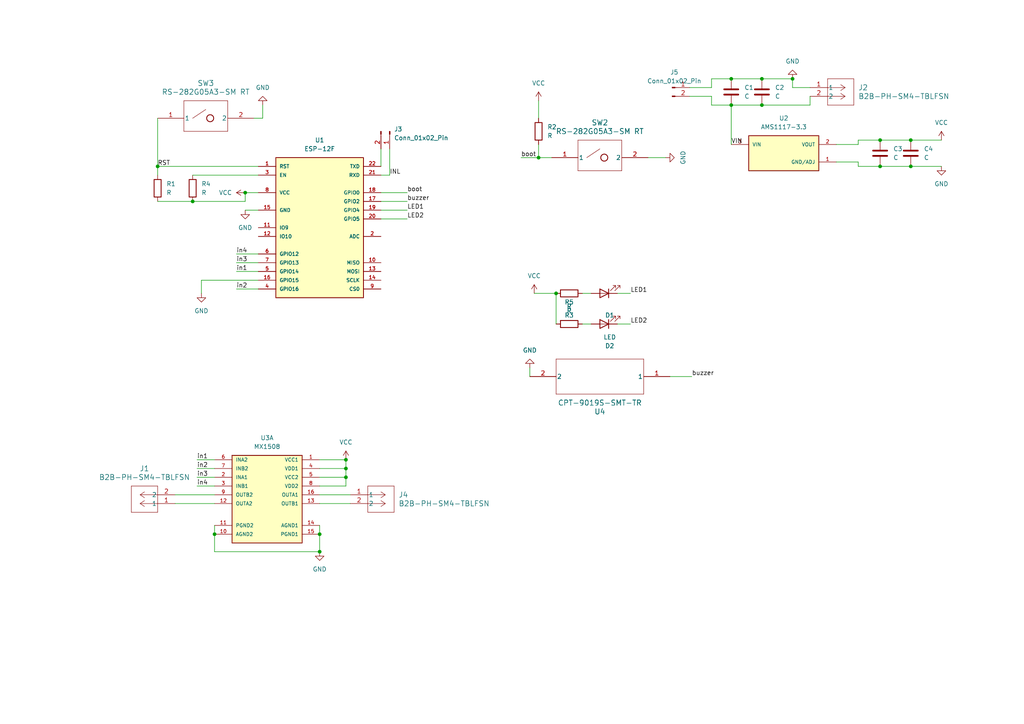
<source format=kicad_sch>
(kicad_sch (version 20230121) (generator eeschema)
  (paper "A4")
  (lib_symbols
    (symbol "Connector:Conn_01x02_Pin" (pin_names (offset 1.016) hide)
      (property "Reference" "J" (at 0 2.54 0))
      (property "Value" "Conn_01x02_Pin" (at 0 -5.08 0))
      (symbol "Conn_01x02_Pin_1_1"
        (polyline (pts (xy 1.27 -2.54) (xy 0.8636 -2.54)) (stroke (width 0.1524)))
        (polyline (pts (xy 1.27 0) (xy 0.8636 0)) (stroke (width 0.1524)))
        (rectangle (start 0.8636 -2.413) (end 0 -2.667) (stroke (width 0.1524)) (fill (type outline)))
        (rectangle (start 0.8636 0.127) (end 0 -0.127) (stroke (width 0.1524)) (fill (type outline)))
        (pin passive line (at 5.08 0 180) (length 3.81) (name "Pin_1") (number "1"))
        (pin passive line (at 5.08 -2.54 180) (length 3.81) (name "Pin_2") (number "2"))
      )
    )
    (symbol "Device:C" (pin_numbers hide) (pin_names (offset 0.254))
      (property "Reference" "C" (at 0.635 2.54 0))
      (property "Value" "C" (at 0.635 -2.54 0))
      (symbol "C_0_1"
        (polyline (pts (xy -2.032 -0.762) (xy 2.032 -0.762)) (stroke (width 0.508)))
        (polyline (pts (xy -2.032 0.762) (xy 2.032 0.762)) (stroke (width 0.508)))
      )
      (symbol "C_1_1"
        (pin passive line (at 0 3.81 270) (length 2.794) (name "~") (number "1"))
        (pin passive line (at 0 -3.81 90) (length 2.794) (name "~") (number "2"))
      )
    )
    (symbol "Device:LED" (pin_numbers hide) (pin_names (offset 1.016) hide)
      (property "Reference" "D" (at 0 2.54 0))
      (property "Value" "LED" (at 0 -2.54 0))
      (symbol "LED_0_1"
        (polyline (pts (xy -1.27 -1.27) (xy -1.27 1.27)) (stroke (width 0.254)))
        (polyline (pts (xy -1.27 0) (xy 1.27 0)))
        (polyline (pts (xy 1.27 -1.27) (xy 1.27 1.27) (xy -1.27 0) (xy 1.27 -1.27)) (stroke (width 0.254)))
        (polyline (pts (xy -3.048 -0.762) (xy -4.572 -2.286) (xy -3.81 -2.286) (xy -4.572 -2.286) (xy -4.572 -1.524)))
        (polyline (pts (xy -1.778 -0.762) (xy -3.302 -2.286) (xy -2.54 -2.286) (xy -3.302 -2.286) (xy -3.302 -1.524)))
      )
      (symbol "LED_1_1"
        (pin passive line (at -3.81 0 0) (length 2.54) (name "K") (number "1"))
        (pin passive line (at 3.81 0 180) (length 2.54) (name "A") (number "2"))
      )
    )
    (symbol "Device:R" (pin_numbers hide) (pin_names (offset 0))
      (property "Reference" "R" (at 2.032 0 90))
      (property "Value" "R" (at 0 0 90))
      (symbol "R_0_1"
        (rectangle (start -1.016 -2.54) (end 1.016 2.54) (stroke (width 0.254)))
      )
      (symbol "R_1_1"
        (pin passive line (at 0 3.81 270) (length 1.27) (name "~") (number "1"))
        (pin passive line (at 0 -3.81 90) (length 1.27) (name "~") (number "2"))
      )
    )
    (symbol "esp_example_symbols:AMS1117-3.3" (pin_names (offset 1.016))
      (property "Reference" "U" (at -10.16 5.588 0))
      (property "Value" "AMS1117-3.3" (at -10.16 -8.128 0))
      (symbol "AMS1117-3.3_0_0"
        (rectangle (start -10.16 -5.08) (end 10.16 5.08) (stroke (width 0.254)) (fill (type background)))
        (pin power_in line (at 15.24 -2.54 180) (length 5.08) (name "GND/ADJ") (number "1"))
        (pin output line (at 15.24 2.54 180) (length 5.08) (name "VOUT") (number "2"))
        (pin input line (at -15.24 2.54 0) (length 5.08) (name "VIN") (number "3"))
      )
    )
    (symbol "esp_example_symbols:B2B-PH-SM4-TBLFSN" (pin_names (offset 0.254))
      (property "Reference" "J" (at 8.89 6.35 0))
      (property "Value" "B2B-PH-SM4-TBLFSN" (at 0 0 0))
      (symbol "B2B-PH-SM4-TBLFSN_1_1"
        (polyline (pts (xy 5.08 -5.08) (xy 12.7 -5.08)) (stroke (width 0.127)))
        (polyline (pts (xy 5.08 2.54) (xy 5.08 -5.08)) (stroke (width 0.127)))
        (polyline (pts (xy 10.16 -2.54) (xy 5.08 -2.54)) (stroke (width 0.127)))
        (polyline (pts (xy 10.16 -2.54) (xy 8.89 -3.3867)) (stroke (width 0.127)))
        (polyline (pts (xy 10.16 -2.54) (xy 8.89 -1.6933)) (stroke (width 0.127)))
        (polyline (pts (xy 10.16 0) (xy 5.08 0)) (stroke (width 0.127)))
        (polyline (pts (xy 10.16 0) (xy 8.89 -0.8467)) (stroke (width 0.127)))
        (polyline (pts (xy 10.16 0) (xy 8.89 0.8467)) (stroke (width 0.127)))
        (polyline (pts (xy 12.7 -5.08) (xy 12.7 2.54)) (stroke (width 0.127)))
        (polyline (pts (xy 12.7 2.54) (xy 5.08 2.54)) (stroke (width 0.127)))
        (pin unspecified line (at 0 0 0) (length 5.08) (name "1") (number "1"))
        (pin unspecified line (at 0 -2.54 0) (length 5.08) (name "2") (number "2"))
      )
      (symbol "B2B-PH-SM4-TBLFSN_1_2"
        (polyline (pts (xy 5.08 -5.08) (xy 12.7 -5.08)) (stroke (width 0.127)))
        (polyline (pts (xy 5.08 2.54) (xy 5.08 -5.08)) (stroke (width 0.127)))
        (polyline (pts (xy 7.62 -2.54) (xy 5.08 -2.54)) (stroke (width 0.127)))
        (polyline (pts (xy 7.62 -2.54) (xy 8.89 -3.3867)) (stroke (width 0.127)))
        (polyline (pts (xy 7.62 -2.54) (xy 8.89 -1.6933)) (stroke (width 0.127)))
        (polyline (pts (xy 7.62 0) (xy 5.08 0)) (stroke (width 0.127)))
        (polyline (pts (xy 7.62 0) (xy 8.89 -0.8467)) (stroke (width 0.127)))
        (polyline (pts (xy 7.62 0) (xy 8.89 0.8467)) (stroke (width 0.127)))
        (polyline (pts (xy 12.7 -5.08) (xy 12.7 2.54)) (stroke (width 0.127)))
        (polyline (pts (xy 12.7 2.54) (xy 5.08 2.54)) (stroke (width 0.127)))
        (pin unspecified line (at 0 0 0) (length 5.08) (name "1") (number "1"))
        (pin unspecified line (at 0 -2.54 0) (length 5.08) (name "2") (number "2"))
      )
    )
    (symbol "esp_example_symbols:CPT-9019S-SMT-TR" (pin_names (offset 0.254))
      (property "Reference" "U" (at 20.32 10.16 0))
      (property "Value" "CPT-9019S-SMT-TR" (at 20.32 7.62 0))
      (symbol "CPT-9019S-SMT-TR_0_1"
        (polyline (pts (xy 7.62 -5.08) (xy 33.02 -5.08)) (stroke (width 0.127)))
        (polyline (pts (xy 7.62 5.08) (xy 7.62 -5.08)) (stroke (width 0.127)))
        (polyline (pts (xy 33.02 -5.08) (xy 33.02 5.08)) (stroke (width 0.127)))
        (polyline (pts (xy 33.02 5.08) (xy 7.62 5.08)) (stroke (width 0.127)))
        (pin unspecified line (at 0 0 0) (length 7.62) (name "1") (number "1"))
        (pin unspecified line (at 40.64 0 180) (length 7.62) (name "2") (number "2"))
      )
    )
    (symbol "esp_example_symbols:ESP-12F" (pin_names (offset 1.016))
      (property "Reference" "U" (at -12.7254 22.9057 0))
      (property "Value" "ESP-12F" (at -12.7237 -22.9026 0))
      (symbol "ESP-12F_0_0"
        (rectangle (start -12.7 20.32) (end 12.7 -20.32) (stroke (width 0.254)) (fill (type background)))
        (pin bidirectional line (at -17.78 17.78 0) (length 5.08) (name "RST") (number "1"))
        (pin bidirectional line (at 17.78 -10.16 180) (length 5.08) (name "MISO") (number "10"))
        (pin bidirectional line (at -17.78 0 0) (length 5.08) (name "IO9") (number "11"))
        (pin bidirectional line (at -17.78 -2.54 0) (length 5.08) (name "IO10") (number "12"))
        (pin bidirectional line (at 17.78 -12.7 180) (length 5.08) (name "MOSI") (number "13"))
        (pin bidirectional line (at 17.78 -15.24 180) (length 5.08) (name "SCLK") (number "14"))
        (pin bidirectional line (at -17.78 5.08 0) (length 5.08) (name "GND") (number "15"))
        (pin bidirectional line (at -17.78 -15.24 0) (length 5.08) (name "GPIO15") (number "16"))
        (pin bidirectional line (at 17.78 7.62 180) (length 5.08) (name "GPIO2") (number "17"))
        (pin bidirectional line (at 17.78 10.16 180) (length 5.08) (name "GPIO0") (number "18"))
        (pin bidirectional line (at 17.78 5.08 180) (length 5.08) (name "GPIO4") (number "19"))
        (pin bidirectional line (at 17.78 -2.54 180) (length 5.08) (name "ADC") (number "2"))
        (pin bidirectional line (at 17.78 2.54 180) (length 5.08) (name "GPIO5") (number "20"))
        (pin bidirectional line (at 17.78 15.24 180) (length 5.08) (name "RXD") (number "21"))
        (pin bidirectional line (at 17.78 17.78 180) (length 5.08) (name "TXD") (number "22"))
        (pin bidirectional line (at -17.78 15.24 0) (length 5.08) (name "EN") (number "3"))
        (pin bidirectional line (at -17.78 -17.78 0) (length 5.08) (name "GPIO16") (number "4"))
        (pin bidirectional line (at -17.78 -12.7 0) (length 5.08) (name "GPIO14") (number "5"))
        (pin bidirectional line (at -17.78 -7.62 0) (length 5.08) (name "GPIO12") (number "6"))
        (pin bidirectional line (at -17.78 -10.16 0) (length 5.08) (name "GPIO13") (number "7"))
        (pin bidirectional line (at -17.78 10.16 0) (length 5.08) (name "VCC") (number "8"))
        (pin bidirectional line (at 17.78 -17.78 180) (length 5.08) (name "CS0") (number "9"))
      )
    )
    (symbol "esp_example_symbols:MX1508" (pin_names (offset 1.016))
      (property "Reference" "U" (at -10.16 15.24 0))
      (property "Value" "MX1508" (at -10.16 -15.24 0))
      (symbol "MX1508_1_0"
        (rectangle (start -10.16 12.7) (end 10.16 -12.7) (stroke (width 0.254)) (fill (type background)))
        (pin power_in line (at 15.24 11.43 180) (length 5.08) (name "VCC1") (number "1"))
        (pin power_in line (at -15.24 -10.16 0) (length 5.08) (name "AGND2") (number "10"))
        (pin power_in line (at -15.24 -7.62 0) (length 5.08) (name "PGND2") (number "11"))
        (pin input line (at -15.24 -1.27 0) (length 5.08) (name "OUTA2") (number "12"))
        (pin output line (at 15.24 -1.27 180) (length 5.08) (name "OUTB1") (number "13"))
        (pin power_in line (at 15.24 -7.62 180) (length 5.08) (name "AGND1") (number "14"))
        (pin power_in line (at 15.24 -10.16 180) (length 5.08) (name "PGND1") (number "15"))
        (pin output line (at 15.24 1.27 180) (length 5.08) (name "OUTA1") (number "16"))
        (pin input line (at -15.24 6.35 0) (length 5.08) (name "INA1") (number "2"))
        (pin input line (at -15.24 3.81 0) (length 5.08) (name "INB1") (number "3"))
        (pin power_in line (at 15.24 8.89 180) (length 5.08) (name "VDD1") (number "4"))
        (pin power_in line (at 15.24 6.35 180) (length 5.08) (name "VCC2") (number "5"))
        (pin input line (at -15.24 11.43 0) (length 5.08) (name "INA2") (number "6"))
        (pin input line (at -15.24 8.89 0) (length 5.08) (name "INB2") (number "7"))
        (pin power_in line (at 15.24 3.81 180) (length 5.08) (name "VDD2") (number "8"))
        (pin input line (at -15.24 1.27 0) (length 5.08) (name "OUTB2") (number "9"))
      )
      (symbol "MX1508_2_0"
        (rectangle (start -10.16 -12.7) (end 10.16 12.7) (stroke (width 0.254)) (fill (type background)))
        (pin power_in line (at 15.24 -7.62 180) (length 5.08) (name "AGND2") (number "10"))
        (pin power_in line (at 15.24 -10.16 180) (length 5.08) (name "PGND2") (number "11"))
        (pin output line (at 15.24 2.54 180) (length 5.08) (name "OUTA2") (number "12"))
        (pin input line (at -15.24 -1.27 0) (length 5.08) (name "OUTA2") (number "12-UB"))
        (pin power_in line (at 15.24 10.16 180) (length 5.08) (name "VCC2") (number "5"))
        (pin input line (at -15.24 2.54 0) (length 5.08) (name "INA2") (number "6"))
        (pin input line (at -15.24 -2.54 0) (length 5.08) (name "INB2") (number "7"))
        (pin power_in line (at 15.24 7.62 180) (length 5.08) (name "VDD2") (number "8"))
        (pin output line (at 15.24 -2.54 180) (length 5.08) (name "OUTB2") (number "9"))
        (pin input line (at -15.24 1.27 0) (length 5.08) (name "OUTB2") (number "9-UB"))
      )
    )
    (symbol "esp_example_symbols:RS-282G05A3-SM_RT" (pin_names (offset 0.254))
      (property "Reference" "SW" (at 40.64 12.7 0))
      (property "Value" "RS-282G05A3-SM RT" (at 40.64 10.16 0))
      (symbol "RS-282G05A3-SM_RT_0_1"
        (polyline (pts (xy 50.8 -3.81) (xy 63.5 -3.81)) (stroke (width 0.127)))
        (polyline (pts (xy 50.8 5.08) (xy 50.8 -3.81)) (stroke (width 0.127)))
        (polyline (pts (xy 53.34 0) (xy 57.15 2.54)) (stroke (width 0.127)))
        (polyline (pts (xy 63.5 -3.81) (xy 63.5 5.08)) (stroke (width 0.127)))
        (polyline (pts (xy 63.5 5.08) (xy 50.8 5.08)) (stroke (width 0.127)))
        (circle (center 58.42 0) (radius 1.016) (stroke (width 0.254)))
        (pin unspecified line (at 43.18 0 0) (length 7.62) (name "1") (number "1"))
        (pin unspecified line (at 71.12 0 180) (length 7.62) (name "2") (number "2"))
      )
    )
    (symbol "power:GND" (power) (pin_names (offset 0))
      (property "Value" "GND" (at 0 -3.81 0))
      (symbol "GND_0_1"
        (polyline (pts (xy 0 0) (xy 0 -1.27) (xy 1.27 -1.27) (xy 0 -2.54) (xy -1.27 -1.27) (xy 0 -1.27)))
      )
      (symbol "GND_1_1"
        (pin power_in line (at 0 0 270) (length 0) hide (name "GND") (number "1"))
      )
    )
    (symbol "power:VCC" (power) (pin_names (offset 0))
      (property "Value" "VCC" (at 0 3.81 0))
      (symbol "VCC_0_1"
        (polyline (pts (xy -0.762 1.27) (xy 0 2.54)))
        (polyline (pts (xy 0 0) (xy 0 2.54)))
        (polyline (pts (xy 0 2.54) (xy 0.762 1.27)))
      )
      (symbol "VCC_1_1"
        (pin power_in line (at 0 0 90) (length 0) hide (name "VCC") (number "1"))
      )
    )
  )
  (junction (at 264.16 40.64))
  (junction (at 161.29 85.09))
  (junction (at 156.21 45.72))
  (junction (at 62.23 154.94))
  (junction (at 100.33 138.43))
  (junction (at 255.27 48.26))
  (junction (at 212.09 22.86))
  (junction (at 100.33 135.89))
  (junction (at 255.27 40.64))
  (junction (at 212.09 30.48))
  (junction (at 220.98 30.48))
  (junction (at 264.16 48.26))
  (junction (at 92.71 160.02))
  (junction (at 92.71 154.94))
  (junction (at 100.33 133.35))
  (junction (at 220.98 22.86))
  (junction (at 229.87 22.86))
  (junction (at 71.12 55.88))
  (junction (at 55.88 58.42))
  (junction (at 45.72 48.26))
  (wire (pts (xy 100.33 133.35) (xy 100.33 135.89)))
  (wire (pts (xy 153.67 106.68) (xy 153.67 109.22)))
  (wire (pts (xy 212.09 22.86) (xy 220.98 22.86)))
  (wire (pts (xy 255.27 40.64) (xy 248.92 40.64)))
  (wire (pts (xy 100.33 140.97) (xy 100.33 138.43)))
  (wire (pts (xy 57.15 135.89) (xy 62.23 135.89)))
  (wire (pts (xy 242.57 46.99) (xy 248.92 46.99)))
  (wire (pts (xy 179.07 93.98) (xy 182.88 93.98)))
  (wire (pts (xy 71.12 58.42) (xy 71.12 55.88)))
  (wire (pts (xy 62.23 160.02) (xy 92.71 160.02)))
  (wire (pts (xy 68.58 83.82) (xy 74.93 83.82)))
  (wire (pts (xy 113.03 50.8) (xy 110.49 50.8)))
  (wire (pts (xy 206.375 25.4) (xy 206.375 22.86)))
  (wire (pts (xy 156.21 45.72) (xy 160.02 45.72)))
  (wire (pts (xy 229.87 25.4) (xy 234.95 25.4)))
  (wire (pts (xy 273.05 48.26) (xy 264.16 48.26)))
  (wire (pts (xy 50.8 146.05) (xy 62.23 146.05)))
  (wire (pts (xy 171.45 85.09) (xy 168.91 85.09)))
  (wire (pts (xy 68.58 78.74) (xy 74.93 78.74)))
  (wire (pts (xy 92.71 152.4) (xy 92.71 154.94)))
  (wire (pts (xy 68.58 73.66) (xy 74.93 73.66)))
  (wire (pts (xy 248.92 48.26) (xy 255.27 48.26)))
  (wire (pts (xy 151.13 45.72) (xy 156.21 45.72)))
  (wire (pts (xy 168.91 93.98) (xy 171.45 93.98)))
  (wire (pts (xy 206.375 22.86) (xy 212.09 22.86)))
  (wire (pts (xy 110.49 63.5) (xy 118.11 63.5)))
  (wire (pts (xy 156.21 45.72) (xy 156.21 41.91)))
  (wire (pts (xy 71.12 60.96) (xy 74.93 60.96)))
  (wire (pts (xy 55.88 58.42) (xy 71.12 58.42)))
  (wire (pts (xy 234.95 30.48) (xy 234.95 27.94)))
  (wire (pts (xy 45.72 48.26) (xy 45.72 50.8)))
  (wire (pts (xy 229.87 22.86) (xy 229.87 25.4)))
  (wire (pts (xy 76.2 30.48) (xy 76.2 34.29)))
  (wire (pts (xy 58.42 85.09) (xy 58.42 81.28)))
  (wire (pts (xy 110.49 43.18) (xy 110.49 48.26)))
  (wire (pts (xy 45.72 34.29) (xy 45.72 48.26)))
  (wire (pts (xy 154.94 85.09) (xy 161.29 85.09)))
  (wire (pts (xy 200.025 27.94) (xy 206.375 27.94)))
  (wire (pts (xy 92.71 138.43) (xy 100.33 138.43)))
  (wire (pts (xy 161.29 85.09) (xy 161.29 93.98)))
  (wire (pts (xy 212.09 30.48) (xy 212.09 41.91)))
  (wire (pts (xy 92.71 133.35) (xy 100.33 133.35)))
  (wire (pts (xy 62.23 152.4) (xy 62.23 154.94)))
  (wire (pts (xy 248.92 48.26) (xy 248.92 46.99)))
  (wire (pts (xy 156.21 29.21) (xy 156.21 34.29)))
  (wire (pts (xy 206.375 30.48) (xy 212.09 30.48)))
  (wire (pts (xy 194.31 109.22) (xy 200.66 109.22)))
  (wire (pts (xy 92.71 135.89) (xy 100.33 135.89)))
  (wire (pts (xy 58.42 81.28) (xy 74.93 81.28)))
  (wire (pts (xy 113.03 43.18) (xy 113.03 50.8)))
  (wire (pts (xy 92.71 140.97) (xy 100.33 140.97)))
  (wire (pts (xy 248.92 40.64) (xy 248.92 41.91)))
  (wire (pts (xy 55.88 50.8) (xy 74.93 50.8)))
  (wire (pts (xy 71.12 55.88) (xy 74.93 55.88)))
  (wire (pts (xy 57.15 138.43) (xy 62.23 138.43)))
  (wire (pts (xy 92.71 143.51) (xy 101.6 143.51)))
  (wire (pts (xy 187.96 45.72) (xy 193.04 45.72)))
  (wire (pts (xy 179.07 85.09) (xy 182.88 85.09)))
  (wire (pts (xy 92.71 146.05) (xy 101.6 146.05)))
  (wire (pts (xy 92.71 160.02) (xy 92.71 154.94)))
  (wire (pts (xy 110.49 55.88) (xy 118.11 55.88)))
  (wire (pts (xy 200.025 25.4) (xy 206.375 25.4)))
  (wire (pts (xy 50.8 143.51) (xy 62.23 143.51)))
  (wire (pts (xy 45.72 58.42) (xy 55.88 58.42)))
  (wire (pts (xy 242.57 41.91) (xy 248.92 41.91)))
  (wire (pts (xy 68.58 76.2) (xy 74.93 76.2)))
  (wire (pts (xy 220.98 22.86) (xy 229.87 22.86)))
  (wire (pts (xy 57.15 140.97) (xy 62.23 140.97)))
  (wire (pts (xy 273.05 40.64) (xy 264.16 40.64)))
  (wire (pts (xy 62.23 154.94) (xy 62.23 160.02)))
  (wire (pts (xy 74.93 48.26) (xy 45.72 48.26)))
  (wire (pts (xy 220.98 30.48) (xy 234.95 30.48)))
  (wire (pts (xy 57.15 133.35) (xy 62.23 133.35)))
  (wire (pts (xy 212.09 30.48) (xy 220.98 30.48)))
  (wire (pts (xy 100.33 135.89) (xy 100.33 138.43)))
  (wire (pts (xy 110.49 60.96) (xy 118.11 60.96)))
  (wire (pts (xy 264.16 48.26) (xy 255.27 48.26)))
  (wire (pts (xy 206.375 27.94) (xy 206.375 30.48)))
  (wire (pts (xy 110.49 58.42) (xy 118.11 58.42)))
  (wire (pts (xy 255.27 40.64) (xy 264.16 40.64)))
  (wire (pts (xy 76.2 34.29) (xy 73.66 34.29)))
  (label "buzzer" (at 200.66 109.22 0))
  (label "boot" (at 151.13 45.72 0))
  (label "LED2" (at 118.11 63.5 0))
  (label "boot" (at 118.11 55.88 0))
  (label "in3" (at 68.58 76.2 0))
  (label "in2" (at 68.58 83.82 0))
  (label "RST" (at 45.72 48.26 0))
  (label "LED1" (at 182.88 85.09 0))
  (label "buzzer" (at 118.11 58.42 0))
  (label "LED2" (at 182.88 93.98 0))
  (label "INL" (at 113.03 50.8 0))
  (label "in4" (at 57.15 140.97 0))
  (label "in2" (at 57.15 135.89 0))
  (label "LED1" (at 118.11 60.96 0))
  (label "in1" (at 68.58 78.74 0))
  (label "VIN" (at 212.09 41.91 0))
  (label "in4" (at 68.58 73.66 0))
  (label "in1" (at 57.15 133.35 0))
  (label "in3" (at 57.15 138.43 0))
  (symbol (lib_id "Connector:Conn_01x02_Pin") (at 194.945 25.4 0) (unit 1)
    (property "Reference" "J5" (at 195.58 20.955 0))
    (property "Value" "Conn_01x02_Pin" (at 195.58 23.495 0))
    (property "Footprint" "Connector_PinHeader_2.54mm:PinHeader_1x02_P2.54mm_Vertical" (effects hide))
  )
  (symbol (lib_id "Device:LED") (at 175.26 93.98 180) (unit 1)
    (property "Reference" "D2" (at 176.8475 100.33 0))
    (property "Value" "LED" (at 176.8475 97.79 0))
    (property "Footprint" "LED_SMD:LED_1206_3216Metric" (effects hide))
  )
  (symbol (lib_id "power:GND") (at 193.04 45.72 90) (unit 1)
    (property "Reference" "#PWR09" (effects hide))
    (property "Value" "GND" (at 198.12 45.72 0))
  )
  (symbol (lib_id "Device:R") (at 165.1 93.98 90) (unit 1)
    (property "Reference" "R5" (at 165.1 87.63 90))
    (property "Value" "R" (at 165.1 90.17 90))
    (property "Footprint" "Resistor_SMD:R_0805_2012Metric" (effects hide))
  )
  (symbol (lib_id "power:VCC") (at 100.33 133.35 0) (unit 1)
    (property "Reference" "#PWR06" (effects hide))
    (property "Value" "VCC" (at 100.33 128.27 0))
  )
  (symbol (lib_id "esp_example_symbols:B2B-PH-SM4-TBLFSN") (at 234.95 25.4 0) (unit 1)
    (property "Reference" "J2" (at 248.92 25.4 0) (effects (font (size 1.524 1.524)) (justify left)))
    (property "Value" "B2B-PH-SM4-TBLFSN" (at 248.92 27.94 0) (effects (font (size 1.524 1.524)) (justify left)))
    (property "Footprint" "esp_lib:B2B-PH-SM4-TBLFSN_JST" (effects hide))
    (property "Datasheet" "B2B-PH-SM4-TBLFSN" (effects hide))
  )
  (symbol (lib_id "power:GND") (at 273.05 48.26 0) (unit 1)
    (property "Reference" "#PWR04" (effects hide))
    (property "Value" "GND" (at 273.05 53.34 0))
  )
  (symbol (lib_id "esp_example_symbols:B2B-PH-SM4-TBLFSN") (at 50.8 146.05 180) (unit 1)
    (property "Reference" "J1" (at 41.91 135.89 0) (effects (font (size 1.524 1.524))))
    (property "Value" "B2B-PH-SM4-TBLFSN" (at 41.91 138.43 0) (effects (font (size 1.524 1.524))))
    (property "Footprint" "esp_lib:B2B-PH-SM4-TBLFSN_JST" (effects hide))
    (property "Datasheet" "B2B-PH-SM4-TBLFSN" (effects hide))
  )
  (symbol (lib_id "esp_example_symbols:ESP-12F") (at 92.71 66.04 0) (unit 1)
    (property "Reference" "U1" (at 92.71 40.64 0))
    (property "Value" "ESP-12F" (at 92.71 43.18 0))
    (property "Footprint" "esp_lib:ESP-12F" (effects hide))
    (property "MF" "AI-Thinker" (effects hide))
    (property "Description" "\nWiFi Module\n" (effects hide))
    (property "Package" "Package" (effects hide))
    (property "Price" "None" (effects hide))
    (property "SnapEDA_Link" "https://www.snapeda.com/parts/ESP-12F/AI-Thinker/view-part/?ref=snap" (effects hide))
    (property "MP" "ESP-12F" (effects hide))
    (property "Availability" "Not in stock" (effects hide))
    (property "Check_prices" "https://www.snapeda.com/parts/ESP-12F/AI-Thinker/view-part/?ref=eda" (effects hide))
  )
  (symbol (lib_id "Device:LED") (at 175.26 85.09 180) (unit 1)
    (property "Reference" "D1" (at 176.8475 91.44 0))
    (property "Value" "LED" (effects hide))
    (property "Footprint" "LED_SMD:LED_1206_3216Metric" (effects hide))
  )
  (symbol (lib_id "power:GND") (at 229.87 22.86 180) (unit 1)
    (property "Reference" "#PWR07" (effects hide))
    (property "Value" "GND" (at 229.87 17.78 0))
  )
  (symbol (lib_id "esp_example_symbols:CPT-9019S-SMT-TR") (at 194.31 109.22 180) (unit 1)
    (property "Reference" "U4" (at 173.99 119.38 0) (effects (font (size 1.524 1.524))))
    (property "Value" "CPT-9019S-SMT-TR" (at 173.99 116.84 0) (effects (font (size 1.524 1.524))))
    (property "Footprint" "esp_lib:SM_CPT_9X9_CUD" (effects hide))
    (property "Datasheet" "CPT-9019S-SMT-TR" (effects hide))
  )
  (symbol (lib_id "esp_example_symbols:MX1508") (at 77.47 144.78 0) (unit 1)
    (property "Reference" "U3" (at 77.47 127 0))
    (property "Value" "MX1508" (at 77.47 129.54 0))
    (property "Footprint" "esp_lib:MX1508" (effects hide))
    (property "Description" "\n" (effects hide))
  )
  (symbol (lib_id "esp_example_symbols:AMS1117-3.3") (at 227.33 44.45 0) (unit 1)
    (property "Reference" "U2" (at 227.33 34.29 0))
    (property "Value" "AMS1117-3.3" (at 227.33 36.83 0))
    (property "Footprint" "esp_lib:SOT229P700X180-4N" (effects hide))
    (property "SnapEDA_Link" "https://www.snapeda.com/parts/AMS1117-3.3/Umwelt+Sensor+Teknik/view-part/?ref=snap" (effects hide))
    (property "Description" "\nLinear Voltage Regulator IC Positive Fixed 1 Output 1A SOT-223-3L\n" (effects hide))
    (property "Package" "None" (effects hide))
    (property "Price" "None" (effects hide))
    (property "MF" "UMW" (effects hide))
    (property "MP" "AMS1117-3.3" (effects hide))
    (property "Availability" "In Stock" (effects hide))
    (property "Check_prices" "https://www.snapeda.com/parts/AMS1117-3.3/Umwelt+Sensor+Teknik/view-part/?ref=eda" (effects hide))
  )
  (symbol (lib_id "esp_example_symbols:B2B-PH-SM4-TBLFSN") (at 101.6 143.51 0) (unit 1)
    (property "Reference" "J4" (at 115.57 143.51 0) (effects (font (size 1.524 1.524)) (justify left)))
    (property "Value" "B2B-PH-SM4-TBLFSN" (at 115.57 146.05 0) (effects (font (size 1.524 1.524)) (justify left)))
    (property "Footprint" "esp_lib:B2B-PH-SM4-TBLFSN_JST" (effects hide))
    (property "Datasheet" "B2B-PH-SM4-TBLFSN" (effects hide))
  )
  (symbol (lib_id "Device:R") (at 45.72 54.61 0) (unit 1)
    (property "Reference" "R1" (at 48.26 53.34 0) (effects (justify left)))
    (property "Value" "R" (at 48.26 55.88 0) (effects (justify left)))
    (property "Footprint" "Resistor_SMD:R_0805_2012Metric" (effects hide))
  )
  (symbol (lib_id "esp_example_symbols:RS-282G05A3-SM_RT") (at 116.84 45.72 0) (unit 1)
    (property "Reference" "SW2" (at 173.99 35.56 0) (effects (font (size 1.524 1.524))))
    (property "Value" "RS-282G05A3-SM RT" (at 173.99 38.1 0) (effects (font (size 1.524 1.524))))
    (property "Footprint" "esp_lib:RS-282G05A3-SM RT_CNK" (effects hide))
    (property "Datasheet" "RS-282G05A3-SM RT" (effects hide))
  )
  (symbol (lib_id "Device:C") (at 220.98 26.67 0) (unit 1)
    (property "Reference" "C2" (at 224.79 25.4 0) (effects (justify left)))
    (property "Value" "C" (at 224.79 27.94 0) (effects (justify left)))
    (property "Footprint" "Capacitor_SMD:C_0805_2012Metric" (effects hide))
  )
  (symbol (lib_id "Device:C") (at 212.09 26.67 0) (unit 1)
    (property "Reference" "C1" (at 215.9 25.4 0) (effects (justify left)))
    (property "Value" "C" (at 215.9 27.94 0) (effects (justify left)))
    (property "Footprint" "Capacitor_SMD:C_0805_2012Metric" (effects hide))
  )
  (symbol (lib_id "power:GND") (at 58.42 85.09 0) (unit 1)
    (property "Reference" "#PWR015" (effects hide))
    (property "Value" "GND" (at 58.42 90.17 0))
  )
  (symbol (lib_id "power:VCC") (at 273.05 40.64 0) (unit 1)
    (property "Reference" "#PWR01" (effects hide))
    (property "Value" "VCC" (at 273.05 35.56 0))
  )
  (symbol (lib_id "power:GND") (at 76.2 30.48 180) (unit 1)
    (property "Reference" "#PWR010" (effects hide))
    (property "Value" "GND" (at 76.2 25.4 0))
  )
  (symbol (lib_id "power:GND") (at 153.67 106.68 180) (unit 1)
    (property "Reference" "#PWR011" (effects hide))
    (property "Value" "GND" (at 153.67 101.6 0))
  )
  (symbol (lib_id "Device:R") (at 156.21 38.1 0) (unit 1)
    (property "Reference" "R2" (at 158.75 36.83 0) (effects (justify left)))
    (property "Value" "R" (at 158.75 39.37 0) (effects (justify left)))
    (property "Footprint" "Resistor_SMD:R_0805_2012Metric" (effects hide))
  )
  (symbol (lib_id "power:VCC") (at 71.12 55.88 90) (unit 1)
    (property "Reference" "#PWR02" (effects hide))
    (property "Value" "VCC" (at 67.31 55.88 90) (effects (justify left)))
  )
  (symbol (lib_id "power:GND") (at 71.12 60.96 0) (unit 1)
    (property "Reference" "#PWR03" (effects hide))
    (property "Value" "GND" (at 71.12 66.04 0))
  )
  (symbol (lib_id "power:VCC") (at 156.21 29.21 0) (unit 1)
    (property "Reference" "#PWR08" (effects hide))
    (property "Value" "VCC" (at 156.21 24.13 0))
  )
  (symbol (lib_id "Device:R") (at 55.88 54.61 0) (unit 1)
    (property "Reference" "R4" (at 58.42 53.34 0) (effects (justify left)))
    (property "Value" "R" (at 58.42 55.88 0) (effects (justify left)))
    (property "Footprint" "Resistor_SMD:R_0805_2012Metric" (effects hide))
  )
  (symbol (lib_id "Device:C") (at 264.16 44.45 0) (unit 1)
    (property "Reference" "C4" (at 267.97 43.18 0) (effects (justify left)))
    (property "Value" "C" (at 267.97 45.72 0) (effects (justify left)))
    (property "Footprint" "Capacitor_SMD:C_0805_2012Metric" (effects hide))
  )
  (symbol (lib_id "power:VCC") (at 154.94 85.09 0) (unit 1)
    (property "Reference" "#PWR012" (effects hide))
    (property "Value" "VCC" (at 154.94 80.01 0))
  )
  (symbol (lib_id "Device:C") (at 255.27 44.45 0) (unit 1)
    (property "Reference" "C3" (at 259.08 43.18 0) (effects (justify left)))
    (property "Value" "C" (at 259.08 45.72 0) (effects (justify left)))
    (property "Footprint" "Capacitor_SMD:C_0805_2012Metric" (effects hide))
  )
  (symbol (lib_id "Connector:Conn_01x02_Pin") (at 113.03 38.1 270) (unit 1)
    (property "Reference" "J3" (at 114.3 37.465 90) (effects (justify left)))
    (property "Value" "Conn_01x02_Pin" (at 114.3 40.005 90) (effects (justify left)))
    (property "Footprint" "Connector_PinHeader_2.54mm:PinHeader_1x02_P2.54mm_Vertical" (effects hide))
  )
  (symbol (lib_id "Device:R") (at 165.1 85.09 270) (unit 1)
    (property "Reference" "R3" (at 165.1 91.44 90))
    (property "Value" "R" (at 165.1 88.9 90))
    (property "Footprint" "Resistor_SMD:R_0805_2012Metric" (effects hide))
  )
  (symbol (lib_id "power:GND") (at 92.71 160.02 0) (unit 1)
    (property "Reference" "#PWR05" (effects hide))
    (property "Value" "GND" (at 92.71 165.1 0))
  )
  (symbol (lib_id "esp_example_symbols:RS-282G05A3-SM_RT") (at 2.54 34.29 0) (unit 1)
    (property "Reference" "SW3" (at 59.69 24.13 0) (effects (font (size 1.524 1.524))))
    (property "Value" "RS-282G05A3-SM RT" (at 59.69 26.67 0) (effects (font (size 1.524 1.524))))
    (property "Footprint" "esp_lib:RS-282G05A3-SM RT_CNK" (effects hide))
    (property "Datasheet" "RS-282G05A3-SM RT" (effects hide))
  )
)
</source>
